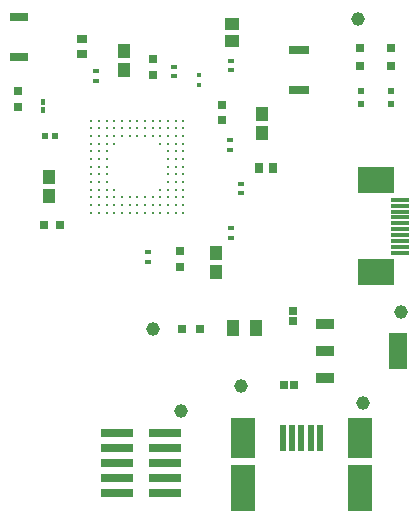
<source format=gtp>
G04*
G04 #@! TF.GenerationSoftware,Altium Limited,Altium Designer,21.6.4 (81)*
G04*
G04 Layer_Color=8421504*
%FSLAX24Y24*%
%MOIN*%
G70*
G04*
G04 #@! TF.SameCoordinates,8E317252-C3AD-47CA-8584-9DD6DEF08156*
G04*
G04*
G04 #@! TF.FilePolarity,Positive*
G04*
G01*
G75*
%ADD15R,0.0630X0.0315*%
%ADD16C,0.0460*%
%ADD17R,0.1098X0.0291*%
%ADD18R,0.0197X0.0886*%
%ADD19R,0.0807X0.1575*%
%ADD20R,0.0807X0.1378*%
%ADD21R,0.0315X0.0315*%
%ADD22R,0.0182X0.0218*%
%ADD23R,0.0515X0.0396*%
%ADD24R,0.0276X0.0256*%
%ADD25R,0.0398X0.0476*%
%ADD26R,0.0197X0.0157*%
%ADD27R,0.0259X0.0277*%
%ADD28R,0.0242X0.0225*%
%ADD29R,0.0396X0.0554*%
%ADD30R,0.0236X0.0236*%
%ADD31R,0.0256X0.0276*%
%ADD32R,0.0669X0.0315*%
%ADD33R,0.0315X0.0315*%
%ADD34R,0.0295X0.0335*%
%ADD35C,0.0094*%
%ADD36R,0.0610X0.0354*%
%ADD37R,0.0610X0.1240*%
%ADD38R,0.0335X0.0295*%
%ADD39R,0.0630X0.0120*%
%ADD40R,0.1230X0.0880*%
%ADD41R,0.0177X0.0177*%
%ADD42R,0.0277X0.0259*%
D15*
X13420Y52191D02*
D03*
Y53529D02*
D03*
D16*
X24860Y40640D02*
D03*
X24720Y53440D02*
D03*
X17869Y43134D02*
D03*
X20800Y41220D02*
D03*
X18820Y40380D02*
D03*
X26140Y43705D02*
D03*
D17*
X16658Y39640D02*
D03*
X18260Y37640D02*
D03*
Y39140D02*
D03*
Y39640D02*
D03*
X16658Y39140D02*
D03*
Y38640D02*
D03*
X18260D02*
D03*
X16658Y38140D02*
D03*
X18260D02*
D03*
X16658Y37640D02*
D03*
D18*
X23451Y39490D02*
D03*
X23136D02*
D03*
X22821D02*
D03*
X22506D02*
D03*
X22191D02*
D03*
D19*
X24760Y37827D02*
D03*
X20882D02*
D03*
D20*
Y39500D02*
D03*
X24760D02*
D03*
D21*
X19430Y43110D02*
D03*
X18839D02*
D03*
D22*
X14220Y50421D02*
D03*
Y50700D02*
D03*
D23*
X20500Y52720D02*
D03*
Y53292D02*
D03*
D24*
X13360Y50528D02*
D03*
Y51060D02*
D03*
X18780Y45188D02*
D03*
Y45720D02*
D03*
X20160Y50074D02*
D03*
Y50606D02*
D03*
X17860Y51594D02*
D03*
Y52126D02*
D03*
D25*
X21520Y50296D02*
D03*
Y49664D02*
D03*
X19960Y45024D02*
D03*
Y45656D02*
D03*
X16900Y52396D02*
D03*
Y51764D02*
D03*
X14400Y48191D02*
D03*
Y47560D02*
D03*
D26*
X20440Y49417D02*
D03*
Y49103D02*
D03*
X20480Y46163D02*
D03*
Y46477D02*
D03*
X15960Y51715D02*
D03*
Y51400D02*
D03*
X17700Y45363D02*
D03*
Y45677D02*
D03*
X20820Y47960D02*
D03*
Y47645D02*
D03*
X18560Y51543D02*
D03*
Y51857D02*
D03*
X20480Y52057D02*
D03*
Y51743D02*
D03*
D27*
X22540Y43384D02*
D03*
Y43720D02*
D03*
D28*
X14600Y49560D02*
D03*
X14263D02*
D03*
D29*
X20546Y43160D02*
D03*
X21294D02*
D03*
D30*
X24800Y51047D02*
D03*
Y50633D02*
D03*
X25820Y51047D02*
D03*
Y50633D02*
D03*
D31*
X14234Y46600D02*
D03*
X14766D02*
D03*
D32*
X22740Y52429D02*
D03*
Y51091D02*
D03*
D33*
X24760Y51885D02*
D03*
Y52475D02*
D03*
X25800Y51905D02*
D03*
Y52495D02*
D03*
D34*
X21394Y48480D02*
D03*
X21886D02*
D03*
D35*
X15816Y50072D02*
D03*
X16072D02*
D03*
X16328D02*
D03*
X16584D02*
D03*
X16840D02*
D03*
X17096D02*
D03*
X17352D02*
D03*
X17608D02*
D03*
X17864D02*
D03*
X18120D02*
D03*
X18375D02*
D03*
X18631D02*
D03*
X18887D02*
D03*
X15816Y49816D02*
D03*
X16072D02*
D03*
X16328D02*
D03*
X16584D02*
D03*
X16840D02*
D03*
X17096D02*
D03*
X17352D02*
D03*
X17608D02*
D03*
X17864D02*
D03*
X18120D02*
D03*
X18375D02*
D03*
X18631D02*
D03*
X18887D02*
D03*
X15816Y49560D02*
D03*
X16072D02*
D03*
X16328D02*
D03*
X16584D02*
D03*
X16840D02*
D03*
X17096D02*
D03*
X17352D02*
D03*
X17608D02*
D03*
X17864D02*
D03*
X18120D02*
D03*
X18375D02*
D03*
X18631D02*
D03*
X18887D02*
D03*
X15816Y49304D02*
D03*
X16072D02*
D03*
X16328D02*
D03*
X16584D02*
D03*
X18120D02*
D03*
X18375D02*
D03*
X18631D02*
D03*
X18887D02*
D03*
X15816Y49048D02*
D03*
X16072D02*
D03*
X16328D02*
D03*
X18375D02*
D03*
X18631D02*
D03*
X18887D02*
D03*
X15816Y48792D02*
D03*
X16072D02*
D03*
X16328D02*
D03*
X18375D02*
D03*
X18631D02*
D03*
X18887D02*
D03*
X15816Y48536D02*
D03*
X16072D02*
D03*
X16328D02*
D03*
X18375D02*
D03*
X18631D02*
D03*
X18887D02*
D03*
X15816Y48280D02*
D03*
X16072D02*
D03*
X16328D02*
D03*
X18375D02*
D03*
X18631D02*
D03*
X18887D02*
D03*
X15816Y48025D02*
D03*
X16072D02*
D03*
X16328D02*
D03*
X18375D02*
D03*
X18631D02*
D03*
X18887D02*
D03*
X15816Y47769D02*
D03*
X16072D02*
D03*
X16328D02*
D03*
X16584D02*
D03*
X18120D02*
D03*
X18375D02*
D03*
X18631D02*
D03*
X18887D02*
D03*
X15816Y47513D02*
D03*
X16072D02*
D03*
X16328D02*
D03*
X16584D02*
D03*
X16840D02*
D03*
X17096D02*
D03*
X17352D02*
D03*
X17608D02*
D03*
X17864D02*
D03*
X18120D02*
D03*
X18375D02*
D03*
X18631D02*
D03*
X18887D02*
D03*
X15816Y47257D02*
D03*
X16072D02*
D03*
X16328D02*
D03*
X16584D02*
D03*
X16840D02*
D03*
X17096D02*
D03*
X17352D02*
D03*
X17608D02*
D03*
X17864D02*
D03*
X18120D02*
D03*
X18375D02*
D03*
X18631D02*
D03*
X18887D02*
D03*
X15816Y47001D02*
D03*
X16072D02*
D03*
X16328D02*
D03*
X16584D02*
D03*
X16840D02*
D03*
X17096D02*
D03*
X17352D02*
D03*
X17608D02*
D03*
X17864D02*
D03*
X18120D02*
D03*
X18375D02*
D03*
X18631D02*
D03*
X18887D02*
D03*
D36*
X23590Y43306D02*
D03*
Y42400D02*
D03*
Y41494D02*
D03*
D37*
X26050Y42400D02*
D03*
D38*
X15500Y52288D02*
D03*
Y52780D02*
D03*
D39*
X26100Y47431D02*
D03*
Y46249D02*
D03*
Y47037D02*
D03*
Y45855D02*
D03*
Y47234D02*
D03*
Y46840D02*
D03*
Y46446D02*
D03*
Y46052D02*
D03*
Y45658D02*
D03*
Y46643D02*
D03*
D40*
X25320Y45009D02*
D03*
Y48080D02*
D03*
D41*
X19400Y51577D02*
D03*
Y51263D02*
D03*
D42*
X22560Y41260D02*
D03*
X22224D02*
D03*
M02*

</source>
